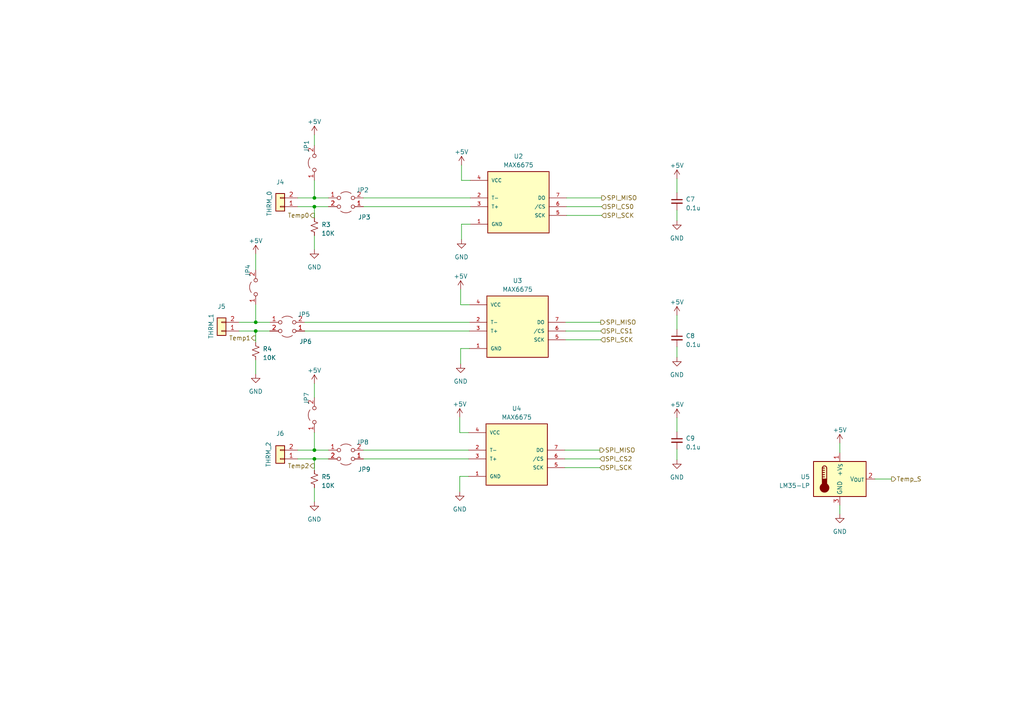
<source format=kicad_sch>
(kicad_sch (version 20230121) (generator eeschema)
  (paper "A4")
  (lib_symbols
    (symbol "Connector_Generic:Conn_01x02" (pin_names (offset 1.016) hide)
      (property "Reference" "J" (at 0 2.54 0))
      (property "Value" "Conn_01x02" (at 0 -5.08 0))
      (symbol "Conn_01x02_1_1"
        (rectangle (start -1.27 -2.413) (end 0 -2.667) (stroke (width 0.1524)))
        (rectangle (start -1.27 0.127) (end 0 -0.127) (stroke (width 0.1524)))
        (rectangle (start -1.27 1.27) (end 1.27 -3.81) (stroke (width 0.254)) (fill (type background)))
        (pin passive line (at -5.08 0 0) (length 3.81) (name "Pin_1") (number "1"))
        (pin passive line (at -5.08 -2.54 0) (length 3.81) (name "Pin_2") (number "2"))
      )
    )
    (symbol "Device:C_Small" (pin_numbers hide) (pin_names (offset 0.254) hide)
      (property "Reference" "C" (at 0.254 1.778 0))
      (property "Value" "C_Small" (at 0.254 -2.032 0))
      (symbol "C_Small_0_1"
        (polyline (pts (xy -1.524 -0.508) (xy 1.524 -0.508)) (stroke (width 0.3302)))
        (polyline (pts (xy -1.524 0.508) (xy 1.524 0.508)) (stroke (width 0.3048)))
      )
      (symbol "C_Small_1_1"
        (pin passive line (at 0 2.54 270) (length 2.032) (name "~") (number "1"))
        (pin passive line (at 0 -2.54 90) (length 2.032) (name "~") (number "2"))
      )
    )
    (symbol "Device:R_Small_US" (pin_numbers hide) (pin_names (offset 0.254) hide)
      (property "Reference" "R" (at 0.762 0.508 0))
      (property "Value" "R_Small_US" (at 0.762 -1.016 0))
      (symbol "R_Small_US_1_1"
        (polyline (pts (xy 0 0) (xy 1.016 -0.381) (xy 0 -0.762) (xy -1.016 -1.143) (xy 0 -1.524)))
        (polyline (pts (xy 0 1.524) (xy 1.016 1.143) (xy 0 0.762) (xy -1.016 0.381) (xy 0 0)))
        (pin passive line (at 0 2.54 270) (length 1.016) (name "~") (number "1"))
        (pin passive line (at 0 -2.54 90) (length 1.016) (name "~") (number "2"))
      )
    )
    (symbol "Jumper:Jumper_2_Open" (pin_names (offset 0) hide)
      (property "Reference" "JP" (at 0 2.794 0))
      (property "Value" "Jumper_2_Open" (at 0 -2.286 0))
      (symbol "Jumper_2_Open_0_0"
        (circle (center -2.032 0) (radius 0.508))
        (circle (center 2.032 0) (radius 0.508))
      )
      (symbol "Jumper_2_Open_0_1"
        (arc (start 1.524 1.27) (mid 0 1.778) (end -1.524 1.27))
      )
      (symbol "Jumper_2_Open_1_1"
        (pin passive line (at -5.08 0 0) (length 2.54) (name "A") (number "1"))
        (pin passive line (at 5.08 0 180) (length 2.54) (name "B") (number "2"))
      )
    )
    (symbol "Sensor_Temperature:LM35-LP"
      (property "Reference" "U" (at -6.35 6.35 0))
      (property "Value" "LM35-LP" (at 1.27 6.35 0))
      (symbol "LM35-LP_0_1"
        (rectangle (start -7.62 5.08) (end 7.62 -5.08) (stroke (width 0.254)) (fill (type background)))
        (circle (center -4.445 -2.54) (radius 1.27) (stroke (width 0.254)) (fill (type outline)))
        (rectangle (start -3.81 -1.905) (end -5.08 0) (stroke (width 0.254)) (fill (type outline)))
        (arc (start -3.81 3.175) (mid -4.445 3.8073) (end -5.08 3.175) (stroke (width 0.254)))
        (polyline (pts (xy -5.08 0.635) (xy -4.445 0.635)) (stroke (width 0.254)))
        (polyline (pts (xy -5.08 1.27) (xy -4.445 1.27)) (stroke (width 0.254)))
        (polyline (pts (xy -5.08 1.905) (xy -4.445 1.905)) (stroke (width 0.254)))
        (polyline (pts (xy -5.08 2.54) (xy -4.445 2.54)) (stroke (width 0.254)))
        (polyline (pts (xy -5.08 3.175) (xy -5.08 0)) (stroke (width 0.254)))
        (polyline (pts (xy -5.08 3.175) (xy -4.445 3.175)) (stroke (width 0.254)))
        (polyline (pts (xy -3.81 3.175) (xy -3.81 0)) (stroke (width 0.254)))
      )
      (symbol "LM35-LP_1_1"
        (pin power_in line (at 0 7.62 270) (length 2.54) (name "+V_{S}") (number "1"))
        (pin output line (at 10.16 0 180) (length 2.54) (name "V_{OUT}") (number "2"))
        (pin power_in line (at 0 -7.62 90) (length 2.54) (name "GND") (number "3"))
      )
    )
    (symbol "Sensor_Temperature:MAX6675" (pin_names (offset 1.016))
      (property "Reference" "U4" (at 1.27 9.525 0))
      (property "Value" "MAX6675" (at 1.27 6.985 0))
      (symbol "MAX6675_0_0"
        (rectangle (start -7.62 -12.7) (end 10.16 5.08) (stroke (width 0.254)) (fill (type background)))
        (pin power_in line (at -12.7 -10.16 0) (length 5.08) (name "GND") (number "1"))
        (pin input line (at -12.7 -2.54 0) (length 5.08) (name "T-") (number "2"))
        (pin input line (at -12.7 -5.08 0) (length 5.08) (name "T+") (number "3"))
        (pin power_in line (at -12.7 2.54 0) (length 5.08) (name "VCC") (number "4"))
        (pin input line (at 15.24 -7.62 180) (length 5.08) (name "SCK") (number "5"))
        (pin input line (at 15.24 -5.08 180) (length 5.08) (name "/CS") (number "6"))
        (pin output line (at 15.24 -2.54 180) (length 5.08) (name "DO") (number "7"))
      )
    )
    (symbol "power:+5V" (power) (pin_names (offset 0))
      (property "Value" "+5V" (at 0 3.556 0))
      (symbol "+5V_0_1"
        (polyline (pts (xy -0.762 1.27) (xy 0 2.54)))
        (polyline (pts (xy 0 0) (xy 0 2.54)))
        (polyline (pts (xy 0 2.54) (xy 0.762 1.27)))
      )
      (symbol "+5V_1_1"
        (pin power_in line (at 0 0 90) (length 0) hide (name "+5V") (number "1"))
      )
    )
    (symbol "power:GND" (power) (pin_names (offset 0))
      (property "Value" "GND" (at 0 -3.81 0))
      (symbol "GND_0_1"
        (polyline (pts (xy 0 0) (xy 0 -1.27) (xy 1.27 -1.27) (xy 0 -2.54) (xy -1.27 -1.27) (xy 0 -1.27)))
      )
      (symbol "GND_1_1"
        (pin power_in line (at 0 0 270) (length 0) hide (name "GND") (number "1"))
      )
    )
  )
  (junction (at 74.168 93.472))
  (junction (at 91.186 133.096))
  (junction (at 91.186 57.404))
  (junction (at 91.186 130.556))
  (junction (at 74.168 96.012))
  (junction (at 91.186 59.944))
  (wire (pts (xy 136.398 65.024) (xy 133.858 65.024)))
  (wire (pts (xy 91.186 141.478) (xy 91.186 145.542)))
  (wire (pts (xy 164.084 98.552) (xy 174.244 98.552)))
  (wire (pts (xy 69.342 93.472) (xy 74.168 93.472)))
  (wire (pts (xy 196.342 100.584) (xy 196.342 103.632)))
  (wire (pts (xy 253.746 138.938) (xy 258.572 138.938)))
  (wire (pts (xy 86.36 133.096) (xy 91.186 133.096)))
  (wire (pts (xy 163.83 135.636) (xy 173.99 135.636)))
  (wire (pts (xy 86.36 130.556) (xy 91.186 130.556)))
  (wire (pts (xy 133.858 52.324) (xy 136.398 52.324)))
  (wire (pts (xy 105.41 133.096) (xy 135.89 133.096)))
  (wire (pts (xy 91.186 125.476) (xy 91.186 130.556)))
  (wire (pts (xy 105.41 57.404) (xy 136.398 57.404)))
  (wire (pts (xy 91.186 39.116) (xy 91.186 42.164)))
  (wire (pts (xy 86.36 59.944) (xy 91.186 59.944)))
  (wire (pts (xy 105.41 130.556) (xy 135.89 130.556)))
  (wire (pts (xy 74.168 104.394) (xy 74.168 108.458)))
  (wire (pts (xy 164.338 57.404) (xy 174.498 57.404)))
  (wire (pts (xy 163.83 130.556) (xy 173.99 130.556)))
  (wire (pts (xy 91.186 133.096) (xy 91.186 136.398)))
  (wire (pts (xy 164.338 59.944) (xy 174.498 59.944)))
  (wire (pts (xy 164.084 93.472) (xy 174.244 93.472)))
  (wire (pts (xy 133.858 65.024) (xy 133.858 69.469)))
  (wire (pts (xy 91.186 59.944) (xy 95.25 59.944)))
  (wire (pts (xy 196.342 51.816) (xy 196.342 55.88)))
  (wire (pts (xy 91.186 68.326) (xy 91.186 72.39)))
  (wire (pts (xy 133.604 88.392) (xy 136.144 88.392)))
  (wire (pts (xy 133.35 138.176) (xy 133.35 142.621)))
  (wire (pts (xy 164.084 96.012) (xy 174.244 96.012)))
  (wire (pts (xy 88.392 96.012) (xy 136.144 96.012)))
  (wire (pts (xy 74.168 73.66) (xy 74.168 78.232)))
  (wire (pts (xy 196.342 91.44) (xy 196.342 95.504)))
  (wire (pts (xy 196.342 121.158) (xy 196.342 125.222)))
  (wire (pts (xy 74.168 96.012) (xy 78.232 96.012)))
  (wire (pts (xy 105.41 59.944) (xy 136.398 59.944)))
  (wire (pts (xy 74.168 88.392) (xy 74.168 93.472)))
  (wire (pts (xy 88.392 93.472) (xy 136.144 93.472)))
  (wire (pts (xy 133.604 101.092) (xy 133.604 105.537)))
  (wire (pts (xy 74.168 93.472) (xy 78.232 93.472)))
  (wire (pts (xy 91.186 133.096) (xy 95.25 133.096)))
  (wire (pts (xy 133.604 83.947) (xy 133.604 88.392)))
  (wire (pts (xy 164.338 62.484) (xy 174.498 62.484)))
  (wire (pts (xy 136.144 101.092) (xy 133.604 101.092)))
  (wire (pts (xy 133.35 125.476) (xy 135.89 125.476)))
  (wire (pts (xy 91.186 52.324) (xy 91.186 57.404)))
  (wire (pts (xy 74.168 96.012) (xy 74.168 99.314)))
  (wire (pts (xy 243.586 128.524) (xy 243.586 131.318)))
  (wire (pts (xy 91.186 57.404) (xy 95.25 57.404)))
  (wire (pts (xy 243.586 146.558) (xy 243.586 149.098)))
  (wire (pts (xy 163.83 133.096) (xy 173.99 133.096)))
  (wire (pts (xy 91.186 111.252) (xy 91.186 115.316)))
  (wire (pts (xy 135.89 138.176) (xy 133.35 138.176)))
  (wire (pts (xy 86.36 57.404) (xy 91.186 57.404)))
  (wire (pts (xy 133.858 47.879) (xy 133.858 52.324)))
  (wire (pts (xy 196.342 60.96) (xy 196.342 64.008)))
  (wire (pts (xy 196.342 130.302) (xy 196.342 133.35)))
  (wire (pts (xy 91.186 59.944) (xy 91.186 63.246)))
  (wire (pts (xy 69.342 96.012) (xy 74.168 96.012)))
  (wire (pts (xy 133.35 121.031) (xy 133.35 125.476)))
  (wire (pts (xy 91.186 130.556) (xy 95.25 130.556)))
  (hierarchical_label "Temp_S" (shape output) (at 258.572 138.938 0))
  (hierarchical_label "SPI_SCK" (shape input) (at 174.498 62.484 0))
  (hierarchical_label "Temp1" (shape output) (at 74.168 98.044 180))
  (hierarchical_label "SPI_SCK" (shape input) (at 173.99 135.636 0))
  (hierarchical_label "Temp2" (shape output) (at 91.186 135.128 180))
  (hierarchical_label "Temp0" (shape output) (at 91.186 62.484 180))
  (hierarchical_label "SPI_SCK" (shape input) (at 174.244 98.552 0))
  (hierarchical_label "SPI_CS1" (shape input) (at 174.244 96.012 0))
  (hierarchical_label "SPI_MISO" (shape output) (at 173.99 130.556 0))
  (hierarchical_label "SPI_CS2" (shape input) (at 173.99 133.096 0))
  (hierarchical_label "SPI_MISO" (shape output) (at 174.244 93.472 0))
  (hierarchical_label "SPI_MISO" (shape output) (at 174.498 57.404 0))
  (hierarchical_label "SPI_CS0" (shape input) (at 174.498 59.944 0))
  (symbol (lib_id "Jumper:Jumper_2_Open") (at 100.33 133.096 180) (unit 1)
    (property "Reference" "JP9" (at 105.664 136.144 0))
    (property "Value" "Jumper_2_Open" (effects hide))
    (property "Footprint" "Jumper:SolderJumper-2_P1.3mm_Open_Pad1.0x1.5mm" (effects hide))
  )
  (symbol (lib_id "power:GND") (at 133.858 69.469 0) (unit 1)
    (property "Reference" "#PWR023" (effects hide))
    (property "Value" "GND" (at 133.858 74.549 0))
  )
  (symbol (lib_id "Device:R_Small_US") (at 74.168 101.854 0) (unit 1)
    (property "Reference" "R4" (at 76.2 101.219 0) (effects (justify left)))
    (property "Value" "10K" (at 76.2 103.759 0) (effects (justify left)))
    (property "Footprint" "Resistor_SMD:R_0603_1608Metric_Pad0.98x0.95mm_HandSolder" (effects hide))
  )
  (symbol (lib_id "power:+5V") (at 196.342 121.158 0) (unit 1)
    (property "Reference" "#PWR033" (effects hide))
    (property "Value" "+5V" (at 196.342 117.348 0))
  )
  (symbol (lib_id "power:+5V") (at 196.342 91.44 0) (unit 1)
    (property "Reference" "#PWR027" (effects hide))
    (property "Value" "+5V" (at 196.342 87.63 0))
  )
  (symbol (lib_id "Sensor_Temperature:MAX6675") (at 148.59 128.016 0) (unit 1)
    (property "Reference" "U4" (at 149.86 118.491 0))
    (property "Value" "MAX6675" (at 149.86 121.031 0))
    (property "Footprint" "Package_SO:SOP-8_3.9x4.9mm_P1.27mm" (effects hide))
    (property "MF" "Analog Devices" (effects hide))
    (property "Description" "\nTemperature Sensor Development Tools Eval Kit MAX6675 (Cold-Junction-Compensated K-Thermocouple-to-DigitalConverter (0 C to +1024 C))\n" (effects hide))
    (property "Package" "SOIC-8 Maxim" (effects hide))
    (property "Price" "None" (effects hide))
    (property "SnapEDA_Link" "https://www.snapeda.com/parts/MAX6675/Analog+Devices/view-part/?ref=snap" (effects hide))
    (property "MP" "MAX6675" (effects hide))
    (property "Availability" "In Stock" (effects hide))
    (property "Check_prices" "https://www.snapeda.com/parts/MAX6675/Analog+Devices/view-part/?ref=eda" (effects hide))
  )
  (symbol (lib_id "Connector_Generic:Conn_01x02") (at 64.262 96.012 180) (unit 1)
    (property "Reference" "J5" (at 64.262 88.9 0))
    (property "Value" "THRM_1" (at 61.214 94.615 90))
    (property "Footprint" "Connector_JST:JST_XH_B2B-XH-A_1x02_P2.50mm_Vertical" (effects hide))
  )
  (symbol (lib_id "power:GND") (at 91.186 145.542 0) (unit 1)
    (property "Reference" "#PWR037" (effects hide))
    (property "Value" "GND" (at 91.186 150.622 0))
  )
  (symbol (lib_id "Sensor_Temperature:LM35-LP") (at 243.586 138.938 0) (unit 1)
    (property "Reference" "U5" (at 234.95 138.303 0) (effects (justify right)))
    (property "Value" "LM35-LP" (at 234.95 140.843 0) (effects (justify right)))
    (property "Footprint" "Package_TO_SOT_THT:TO-92_Inline" (effects hide))
    (property "Datasheet" "http://www.ti.com/lit/ds/symlink/lm35.pdf" (effects hide))
  )
  (symbol (lib_id "power:GND") (at 196.342 64.008 0) (unit 1)
    (property "Reference" "#PWR022" (effects hide))
    (property "Value" "GND" (at 196.342 69.088 0))
  )
  (symbol (lib_id "Jumper:Jumper_2_Open") (at 91.186 47.244 90) (unit 1)
    (property "Reference" "JP1" (at 88.9 42.418 0))
    (property "Value" "Jumper_2_Open" (effects hide))
    (property "Footprint" "Jumper:SolderJumper-2_P1.3mm_Open_Pad1.0x1.5mm" (effects hide))
  )
  (symbol (lib_id "power:+5V") (at 74.168 73.66 0) (unit 1)
    (property "Reference" "#PWR025" (effects hide))
    (property "Value" "+5V" (at 74.168 69.85 0))
  )
  (symbol (lib_id "Device:R_Small_US") (at 91.186 65.786 0) (unit 1)
    (property "Reference" "R3" (at 93.218 65.151 0) (effects (justify left)))
    (property "Value" "10K" (at 93.218 67.691 0) (effects (justify left)))
    (property "Footprint" "Resistor_SMD:R_0603_1608Metric_Pad0.98x0.95mm_HandSolder" (effects hide))
  )
  (symbol (lib_id "power:+5V") (at 91.186 39.116 0) (unit 1)
    (property "Reference" "#PWR019" (effects hide))
    (property "Value" "+5V" (at 91.186 35.306 0))
  )
  (symbol (lib_id "power:GND") (at 91.186 72.39 0) (unit 1)
    (property "Reference" "#PWR024" (effects hide))
    (property "Value" "GND" (at 91.186 77.47 0))
  )
  (symbol (lib_id "power:GND") (at 243.586 149.098 0) (unit 1)
    (property "Reference" "#PWR038" (effects hide))
    (property "Value" "GND" (at 243.586 154.178 0))
  )
  (symbol (lib_id "power:GND") (at 74.168 108.458 0) (unit 1)
    (property "Reference" "#PWR030" (effects hide))
    (property "Value" "GND" (at 74.168 113.538 0))
  )
  (symbol (lib_id "power:GND") (at 196.342 133.35 0) (unit 1)
    (property "Reference" "#PWR035" (effects hide))
    (property "Value" "GND" (at 196.342 138.43 0))
  )
  (symbol (lib_id "power:GND") (at 196.342 103.632 0) (unit 1)
    (property "Reference" "#PWR028" (effects hide))
    (property "Value" "GND" (at 196.342 108.712 0))
  )
  (symbol (lib_id "power:GND") (at 133.35 142.621 0) (unit 1)
    (property "Reference" "#PWR036" (effects hide))
    (property "Value" "GND" (at 133.35 147.701 0))
  )
  (symbol (lib_id "Connector_Generic:Conn_01x02") (at 81.28 133.096 180) (unit 1)
    (property "Reference" "J6" (at 81.28 125.73 0))
    (property "Value" "THRM_2" (at 77.851 131.826 90))
    (property "Footprint" "Connector_JST:JST_XH_B2B-XH-A_1x02_P2.50mm_Vertical" (effects hide))
  )
  (symbol (lib_id "power:+5V") (at 133.604 83.947 0) (unit 1)
    (property "Reference" "#PWR026" (effects hide))
    (property "Value" "+5V" (at 133.604 80.137 0))
  )
  (symbol (lib_id "power:+5V") (at 91.186 111.252 0) (unit 1)
    (property "Reference" "#PWR031" (effects hide))
    (property "Value" "+5V" (at 91.186 107.442 0))
  )
  (symbol (lib_id "power:+5V") (at 133.858 47.879 0) (unit 1)
    (property "Reference" "#PWR020" (effects hide))
    (property "Value" "+5V" (at 133.858 44.069 0))
  )
  (symbol (lib_id "Device:C_Small") (at 196.342 127.762 0) (unit 1)
    (property "Reference" "C9" (at 198.882 127.1333 0) (effects (justify left)))
    (property "Value" "0.1u" (at 198.882 129.6733 0) (effects (justify left)))
    (property "Footprint" "Capacitor_SMD:C_0603_1608Metric_Pad1.08x0.95mm_HandSolder" (effects hide))
  )
  (symbol (lib_id "power:+5V") (at 196.342 51.816 0) (unit 1)
    (property "Reference" "#PWR021" (effects hide))
    (property "Value" "+5V" (at 196.342 48.006 0))
  )
  (symbol (lib_id "Jumper:Jumper_2_Open") (at 83.312 96.012 180) (unit 1)
    (property "Reference" "JP6" (at 88.646 99.06 0))
    (property "Value" "Jumper_2_Open" (effects hide))
    (property "Footprint" "Jumper:SolderJumper-2_P1.3mm_Open_Pad1.0x1.5mm" (effects hide))
  )
  (symbol (lib_id "Jumper:Jumper_2_Open") (at 100.33 130.556 0) (unit 1)
    (property "Reference" "JP8" (at 105.156 128.27 0))
    (property "Value" "Jumper_2_Open" (effects hide))
    (property "Footprint" "Jumper:SolderJumper-2_P1.3mm_Open_Pad1.0x1.5mm" (effects hide))
  )
  (symbol (lib_id "Jumper:Jumper_2_Open") (at 100.33 57.404 0) (unit 1)
    (property "Reference" "JP2" (at 105.156 55.118 0))
    (property "Value" "Jumper_2_Open" (effects hide))
    (property "Footprint" "Jumper:SolderJumper-2_P1.3mm_Open_Pad1.0x1.5mm" (effects hide))
  )
  (symbol (lib_id "power:+5V") (at 133.35 121.031 0) (unit 1)
    (property "Reference" "#PWR032" (effects hide))
    (property "Value" "+5V" (at 133.35 117.221 0))
  )
  (symbol (lib_id "power:GND") (at 133.604 105.537 0) (unit 1)
    (property "Reference" "#PWR029" (effects hide))
    (property "Value" "GND" (at 133.604 110.617 0))
  )
  (symbol (lib_id "Jumper:Jumper_2_Open") (at 74.168 83.312 90) (unit 1)
    (property "Reference" "JP4" (at 71.882 78.486 0))
    (property "Value" "Jumper_2_Open" (effects hide))
    (property "Footprint" "Jumper:SolderJumper-2_P1.3mm_Open_Pad1.0x1.5mm" (effects hide))
  )
  (symbol (lib_id "Sensor_Temperature:MAX6675") (at 149.098 54.864 0) (unit 1)
    (property "Reference" "U2" (at 150.368 45.339 0))
    (property "Value" "MAX6675" (at 150.368 47.879 0))
    (property "Footprint" "Package_SO:SOP-8_3.9x4.9mm_P1.27mm" (effects hide))
    (property "MF" "Analog Devices" (effects hide))
    (property "Description" "\nTemperature Sensor Development Tools Eval Kit MAX6675 (Cold-Junction-Compensated K-Thermocouple-to-DigitalConverter (0 C to +1024 C))\n" (effects hide))
    (property "Package" "SOIC-8 Maxim" (effects hide))
    (property "Price" "None" (effects hide))
    (property "SnapEDA_Link" "https://www.snapeda.com/parts/MAX6675/Analog+Devices/view-part/?ref=snap" (effects hide))
    (property "MP" "MAX6675" (effects hide))
    (property "Availability" "In Stock" (effects hide))
    (property "Check_prices" "https://www.snapeda.com/parts/MAX6675/Analog+Devices/view-part/?ref=eda" (effects hide))
  )
  (symbol (lib_id "Jumper:Jumper_2_Open") (at 100.33 59.944 180) (unit 1)
    (property "Reference" "JP3" (at 105.664 62.992 0))
    (property "Value" "Jumper_2_Open" (effects hide))
    (property "Footprint" "Jumper:SolderJumper-2_P1.3mm_Open_Pad1.0x1.5mm" (effects hide))
  )
  (symbol (lib_id "Device:R_Small_US") (at 91.186 138.938 0) (unit 1)
    (property "Reference" "R5" (at 93.218 138.303 0) (effects (justify left)))
    (property "Value" "10K" (at 93.218 140.843 0) (effects (justify left)))
    (property "Footprint" "Resistor_SMD:R_0603_1608Metric_Pad0.98x0.95mm_HandSolder" (effects hide))
  )
  (symbol (lib_id "power:+5V") (at 243.586 128.524 0) (unit 1)
    (property "Reference" "#PWR034" (effects hide))
    (property "Value" "+5V" (at 243.586 124.714 0))
  )
  (symbol (lib_id "Connector_Generic:Conn_01x02") (at 81.28 59.944 180) (unit 1)
    (property "Reference" "J4" (at 81.28 52.832 0))
    (property "Value" "THRM_0" (at 78.105 59.055 90))
    (property "Footprint" "Connector_JST:JST_XH_B2B-XH-A_1x02_P2.50mm_Vertical" (effects hide))
  )
  (symbol (lib_id "Jumper:Jumper_2_Open") (at 83.312 93.472 0) (unit 1)
    (property "Reference" "JP5" (at 88.138 91.186 0))
    (property "Value" "Jumper_2_Open" (effects hide))
    (property "Footprint" "Jumper:SolderJumper-2_P1.3mm_Open_Pad1.0x1.5mm" (effects hide))
  )
  (symbol (lib_id "Sensor_Temperature:MAX6675") (at 148.844 90.932 0) (unit 1)
    (property "Reference" "U3" (at 150.114 81.407 0))
    (property "Value" "MAX6675" (at 150.114 83.947 0))
    (property "Footprint" "Package_SO:SOP-8_3.9x4.9mm_P1.27mm" (effects hide))
    (property "MF" "Analog Devices" (effects hide))
    (property "Description" "\nTemperature Sensor Development Tools Eval Kit MAX6675 (Cold-Junction-Compensated K-Thermocouple-to-DigitalConverter (0 C to +1024 C))\n" (effects hide))
    (property "Package" "SOIC-8 Maxim" (effects hide))
    (property "Price" "None" (effects hide))
    (property "SnapEDA_Link" "https://www.snapeda.com/parts/MAX6675/Analog+Devices/view-part/?ref=snap" (effects hide))
    (property "MP" "MAX6675" (effects hide))
    (property "Availability" "In Stock" (effects hide))
    (property "Check_prices" "https://www.snapeda.com/parts/MAX6675/Analog+Devices/view-part/?ref=eda" (effects hide))
  )
  (symbol (lib_id "Device:C_Small") (at 196.342 98.044 0) (unit 1)
    (property "Reference" "C8" (at 198.882 97.4153 0) (effects (justify left)))
    (property "Value" "0.1u" (at 198.882 99.9553 0) (effects (justify left)))
    (property "Footprint" "Capacitor_SMD:C_0603_1608Metric_Pad1.08x0.95mm_HandSolder" (effects hide))
  )
  (symbol (lib_id "Device:C_Small") (at 196.342 58.42 0) (unit 1)
    (property "Reference" "C7" (at 198.882 57.7913 0) (effects (justify left)))
    (property "Value" "0.1u" (at 198.882 60.3313 0) (effects (justify left)))
    (property "Footprint" "Capacitor_SMD:C_0603_1608Metric_Pad1.08x0.95mm_HandSolder" (effects hide))
  )
  (symbol (lib_id "Jumper:Jumper_2_Open") (at 91.186 120.396 90) (unit 1)
    (property "Reference" "JP7" (at 88.9 115.57 0))
    (property "Value" "Jumper_2_Open" (effects hide))
    (property "Footprint" "Jumper:SolderJumper-2_P1.3mm_Open_Pad1.0x1.5mm" (effects hide))
  )
)
</source>
